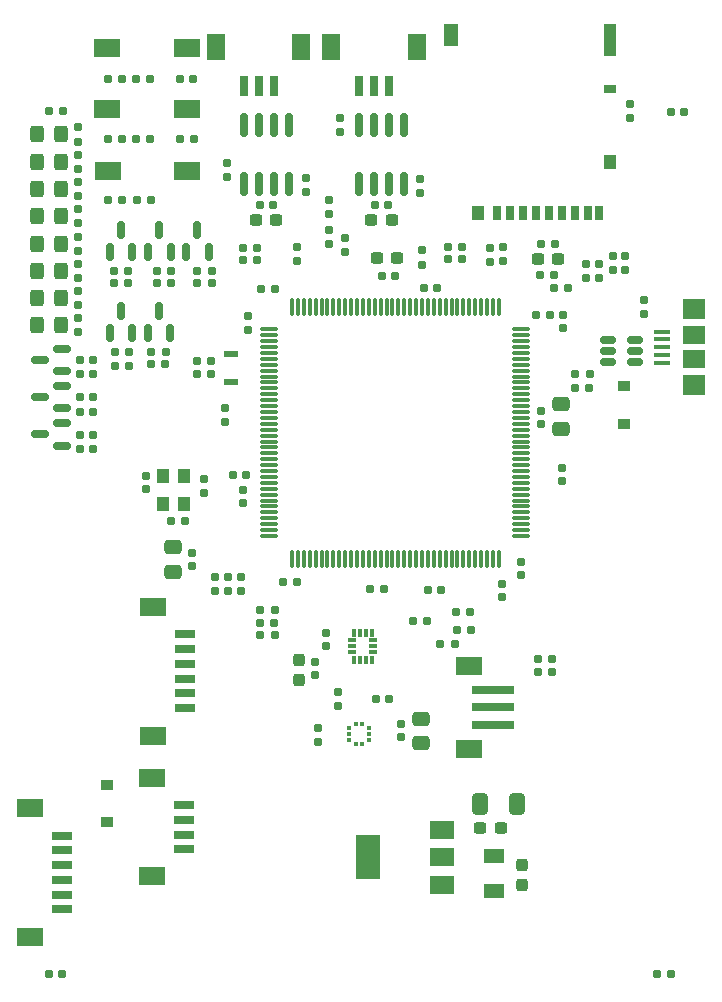
<source format=gtp>
G04 #@! TF.GenerationSoftware,KiCad,Pcbnew,6.0.11-2627ca5db0~126~ubuntu22.04.1*
G04 #@! TF.CreationDate,2023-09-27T18:56:04-03:00*
G04 #@! TF.ProjectId,Drone FCC,44726f6e-6520-4464-9343-2e6b69636164,rev?*
G04 #@! TF.SameCoordinates,Original*
G04 #@! TF.FileFunction,Paste,Top*
G04 #@! TF.FilePolarity,Positive*
%FSLAX46Y46*%
G04 Gerber Fmt 4.6, Leading zero omitted, Abs format (unit mm)*
G04 Created by KiCad (PCBNEW 6.0.11-2627ca5db0~126~ubuntu22.04.1) date 2023-09-27 18:56:04*
%MOMM*%
%LPD*%
G01*
G04 APERTURE LIST*
G04 Aperture macros list*
%AMRoundRect*
0 Rectangle with rounded corners*
0 $1 Rounding radius*
0 $2 $3 $4 $5 $6 $7 $8 $9 X,Y pos of 4 corners*
0 Add a 4 corners polygon primitive as box body*
4,1,4,$2,$3,$4,$5,$6,$7,$8,$9,$2,$3,0*
0 Add four circle primitives for the rounded corners*
1,1,$1+$1,$2,$3*
1,1,$1+$1,$4,$5*
1,1,$1+$1,$6,$7*
1,1,$1+$1,$8,$9*
0 Add four rect primitives between the rounded corners*
20,1,$1+$1,$2,$3,$4,$5,0*
20,1,$1+$1,$4,$5,$6,$7,0*
20,1,$1+$1,$6,$7,$8,$9,0*
20,1,$1+$1,$8,$9,$2,$3,0*%
G04 Aperture macros list end*
%ADD10RoundRect,0.155000X-0.155000X0.212500X-0.155000X-0.212500X0.155000X-0.212500X0.155000X0.212500X0*%
%ADD11RoundRect,0.155000X-0.212500X-0.155000X0.212500X-0.155000X0.212500X0.155000X-0.212500X0.155000X0*%
%ADD12RoundRect,0.155000X0.155000X-0.212500X0.155000X0.212500X-0.155000X0.212500X-0.155000X-0.212500X0*%
%ADD13RoundRect,0.160000X-0.197500X-0.160000X0.197500X-0.160000X0.197500X0.160000X-0.197500X0.160000X0*%
%ADD14RoundRect,0.160000X0.197500X0.160000X-0.197500X0.160000X-0.197500X-0.160000X0.197500X-0.160000X0*%
%ADD15RoundRect,0.160000X0.160000X-0.197500X0.160000X0.197500X-0.160000X0.197500X-0.160000X-0.197500X0*%
%ADD16RoundRect,0.155000X0.212500X0.155000X-0.212500X0.155000X-0.212500X-0.155000X0.212500X-0.155000X0*%
%ADD17RoundRect,0.160000X-0.160000X0.197500X-0.160000X-0.197500X0.160000X-0.197500X0.160000X0.197500X0*%
%ADD18RoundRect,0.150000X0.150000X-0.587500X0.150000X0.587500X-0.150000X0.587500X-0.150000X-0.587500X0*%
%ADD19RoundRect,0.150000X0.587500X0.150000X-0.587500X0.150000X-0.587500X-0.150000X0.587500X-0.150000X0*%
%ADD20RoundRect,0.250000X0.325000X0.450000X-0.325000X0.450000X-0.325000X-0.450000X0.325000X-0.450000X0*%
%ADD21RoundRect,0.031500X-0.143500X0.263500X-0.143500X-0.263500X0.143500X-0.263500X0.143500X0.263500X0*%
%ADD22RoundRect,0.031500X-0.263500X-0.143500X0.263500X-0.143500X0.263500X0.143500X-0.263500X0.143500X0*%
%ADD23RoundRect,0.031500X0.143500X-0.263500X0.143500X0.263500X-0.143500X0.263500X-0.143500X-0.263500X0*%
%ADD24RoundRect,0.031500X0.263500X0.143500X-0.263500X0.143500X-0.263500X-0.143500X0.263500X-0.143500X0*%
%ADD25RoundRect,0.150000X0.512500X0.150000X-0.512500X0.150000X-0.512500X-0.150000X0.512500X-0.150000X0*%
%ADD26RoundRect,0.237500X0.237500X-0.300000X0.237500X0.300000X-0.237500X0.300000X-0.237500X-0.300000X0*%
%ADD27RoundRect,0.237500X-0.300000X-0.237500X0.300000X-0.237500X0.300000X0.237500X-0.300000X0.237500X0*%
%ADD28RoundRect,0.250000X-0.475000X0.337500X-0.475000X-0.337500X0.475000X-0.337500X0.475000X0.337500X0*%
%ADD29R,2.300000X1.500000*%
%ADD30RoundRect,0.150000X0.150000X-0.825000X0.150000X0.825000X-0.150000X0.825000X-0.150000X-0.825000X0*%
%ADD31R,1.100000X1.300000*%
%ADD32RoundRect,0.075000X-0.662500X-0.075000X0.662500X-0.075000X0.662500X0.075000X-0.662500X0.075000X0*%
%ADD33RoundRect,0.075000X-0.075000X-0.662500X0.075000X-0.662500X0.075000X0.662500X-0.075000X0.662500X0*%
%ADD34R,1.295400X0.609600*%
%ADD35R,1.080000X0.920000*%
%ADD36RoundRect,0.237500X-0.237500X0.300000X-0.237500X-0.300000X0.237500X-0.300000X0.237500X0.300000X0*%
%ADD37R,0.700000X1.800000*%
%ADD38R,1.600000X2.200000*%
%ADD39R,3.600000X0.700000*%
%ADD40R,1.820000X1.160000*%
%ADD41RoundRect,0.250000X0.475000X-0.337500X0.475000X0.337500X-0.475000X0.337500X-0.475000X-0.337500X0*%
%ADD42R,1.350000X0.400000*%
%ADD43R,1.900000X1.500000*%
%ADD44R,1.900000X1.800000*%
%ADD45R,0.700000X1.200000*%
%ADD46R,1.000000X1.200000*%
%ADD47R,1.000000X2.800000*%
%ADD48R,1.300000X1.900000*%
%ADD49R,1.000000X0.800000*%
%ADD50R,1.800000X0.700000*%
%ADD51R,2.200000X1.600000*%
%ADD52R,2.000000X1.500000*%
%ADD53R,2.000000X3.800000*%
%ADD54RoundRect,0.250000X-0.412500X-0.650000X0.412500X-0.650000X0.412500X0.650000X-0.412500X0.650000X0*%
%ADD55RoundRect,0.237500X0.300000X0.237500X-0.300000X0.237500X-0.300000X-0.237500X0.300000X-0.237500X0*%
%ADD56R,0.304800X0.330200*%
%ADD57R,0.330200X0.304800*%
G04 APERTURE END LIST*
D10*
G04 #@! TO.C,C24*
X164566600Y-98746500D03*
X164566600Y-99881500D03*
G04 #@! TD*
D11*
G04 #@! TO.C,C9*
X144082500Y-102050000D03*
X145217500Y-102050000D03*
G04 #@! TD*
D12*
G04 #@! TO.C,C31*
X166116000Y-98001900D03*
X166116000Y-96866900D03*
G04 #@! TD*
D13*
G04 #@! TO.C,R43*
X131696850Y-73279000D03*
X132891850Y-73279000D03*
G04 #@! TD*
D14*
G04 #@! TO.C,R51*
X132960000Y-79104850D03*
X131765000Y-79104850D03*
G04 #@! TD*
G04 #@! TO.C,R22*
X143800000Y-70292000D03*
X142605000Y-70292000D03*
G04 #@! TD*
D15*
G04 #@! TO.C,R57*
X129946400Y-80975200D03*
X129946400Y-79780200D03*
G04 #@! TD*
D13*
G04 #@! TO.C,R37*
X159955900Y-70180200D03*
X161150900Y-70180200D03*
G04 #@! TD*
D16*
G04 #@! TO.C,C3*
X127310000Y-131800000D03*
X126175000Y-131800000D03*
G04 #@! TD*
D15*
G04 #@! TO.C,R30*
X163499800Y-71463500D03*
X163499800Y-70268500D03*
G04 #@! TD*
D13*
G04 #@! TO.C,R49*
X131765001Y-80247849D03*
X132960001Y-80247849D03*
G04 #@! TD*
D17*
G04 #@! TO.C,R19*
X149860000Y-66216600D03*
X149860000Y-67411600D03*
G04 #@! TD*
D18*
G04 #@! TO.C,Q3*
X131333200Y-77530050D03*
X133233200Y-77530050D03*
X132283200Y-75655050D03*
G04 #@! TD*
D19*
G04 #@! TO.C,Q8*
X127251700Y-83881000D03*
X127251700Y-81981000D03*
X125376700Y-82931000D03*
G04 #@! TD*
D13*
G04 #@! TO.C,R50*
X135290600Y-73279000D03*
X136485600Y-73279000D03*
G04 #@! TD*
D17*
G04 #@! TO.C,R28*
X175412400Y-58127300D03*
X175412400Y-59322300D03*
G04 #@! TD*
D11*
G04 #@! TO.C,C7*
X144009300Y-66686200D03*
X145144300Y-66686200D03*
G04 #@! TD*
D14*
G04 #@! TO.C,R48*
X134760300Y-61036200D03*
X133565300Y-61036200D03*
G04 #@! TD*
D11*
G04 #@! TO.C,C33*
X167446050Y-75971400D03*
X168581050Y-75971400D03*
G04 #@! TD*
D15*
G04 #@! TO.C,R6*
X151282400Y-70664000D03*
X151282400Y-69469000D03*
G04 #@! TD*
D12*
G04 #@! TO.C,C19*
X148673800Y-106476800D03*
X148673800Y-105341800D03*
G04 #@! TD*
D17*
G04 #@! TO.C,R13*
X148996400Y-110959300D03*
X148996400Y-112154300D03*
G04 #@! TD*
D13*
G04 #@! TO.C,R38*
X167740400Y-72612550D03*
X168935400Y-72612550D03*
G04 #@! TD*
D17*
G04 #@! TO.C,R34*
X173913800Y-70928900D03*
X173913800Y-72123900D03*
G04 #@! TD*
D16*
G04 #@! TO.C,C34*
X147150900Y-98552000D03*
X146015900Y-98552000D03*
G04 #@! TD*
D11*
G04 #@! TO.C,C8*
X153746200Y-66686200D03*
X154881200Y-66686200D03*
G04 #@! TD*
G04 #@! TO.C,C30*
X154355250Y-72668850D03*
X155490250Y-72668850D03*
G04 #@! TD*
D15*
G04 #@! TO.C,R5*
X147150000Y-71397500D03*
X147150000Y-70202500D03*
G04 #@! TD*
D10*
G04 #@! TO.C,C41*
X169630450Y-88916700D03*
X169630450Y-90051700D03*
G04 #@! TD*
D14*
G04 #@! TO.C,R17*
X158179100Y-101904800D03*
X156984100Y-101904800D03*
G04 #@! TD*
D17*
G04 #@! TO.C,R60*
X128600200Y-60083100D03*
X128600200Y-61278100D03*
G04 #@! TD*
D12*
G04 #@! TO.C,C32*
X142575000Y-91917500D03*
X142575000Y-90782500D03*
G04 #@! TD*
D14*
G04 #@! TO.C,R40*
X134709500Y-55956200D03*
X133514500Y-55956200D03*
G04 #@! TD*
D20*
G04 #@! TO.C,D9*
X127212200Y-67614800D03*
X125162200Y-67614800D03*
G04 #@! TD*
D16*
G04 #@! TO.C,C42*
X159385000Y-99237800D03*
X158250000Y-99237800D03*
G04 #@! TD*
D19*
G04 #@! TO.C,Q1*
X127251700Y-87030600D03*
X127251700Y-85130600D03*
X125376700Y-86080600D03*
G04 #@! TD*
D14*
G04 #@! TO.C,R26*
X134836500Y-66268600D03*
X133641500Y-66268600D03*
G04 #@! TD*
D15*
G04 #@! TO.C,R1*
X147980400Y-65545300D03*
X147980400Y-64350300D03*
G04 #@! TD*
D21*
G04 #@! TO.C,U5*
X153486900Y-102848000D03*
X152986900Y-102848000D03*
X152486900Y-102848000D03*
X151986900Y-102848000D03*
D22*
X151821900Y-103513000D03*
X151821900Y-104013000D03*
X151821900Y-104513000D03*
D23*
X151986900Y-105178000D03*
X152486900Y-105178000D03*
X152986900Y-105178000D03*
X153486900Y-105178000D03*
D24*
X153651900Y-104513000D03*
X153651900Y-104013000D03*
X153651900Y-103513000D03*
G04 #@! TD*
D13*
G04 #@! TO.C,R62*
X134835300Y-80133550D03*
X136030300Y-80133550D03*
G04 #@! TD*
D14*
G04 #@! TO.C,R24*
X171945900Y-81000600D03*
X170750900Y-81000600D03*
G04 #@! TD*
D13*
G04 #@! TO.C,R7*
X144077500Y-103100000D03*
X145272500Y-103100000D03*
G04 #@! TD*
D17*
G04 #@! TO.C,R23*
X139326802Y-89832300D03*
X139326802Y-91027300D03*
G04 #@! TD*
D25*
G04 #@! TO.C,U7*
X175768000Y-79959200D03*
X175768000Y-79009200D03*
X175768000Y-78059200D03*
X173493000Y-78059200D03*
X173493000Y-79009200D03*
X173493000Y-79959200D03*
G04 #@! TD*
D16*
G04 #@! TO.C,C48*
X138427200Y-61036200D03*
X137292200Y-61036200D03*
G04 #@! TD*
D12*
G04 #@! TO.C,C26*
X169732050Y-77072300D03*
X169732050Y-75937300D03*
G04 #@! TD*
D15*
G04 #@! TO.C,R63*
X129946400Y-84138100D03*
X129946400Y-82943100D03*
G04 #@! TD*
D14*
G04 #@! TO.C,R64*
X136044900Y-79092150D03*
X134849900Y-79092150D03*
G04 #@! TD*
D10*
G04 #@! TO.C,C25*
X167843200Y-84090700D03*
X167843200Y-85225700D03*
G04 #@! TD*
D26*
G04 #@! TO.C,C20*
X147327600Y-106898800D03*
X147327600Y-105173800D03*
G04 #@! TD*
D16*
G04 #@! TO.C,C35*
X145280000Y-73787000D03*
X144145000Y-73787000D03*
G04 #@! TD*
D27*
G04 #@! TO.C,C6*
X153469000Y-67949700D03*
X155194000Y-67949700D03*
G04 #@! TD*
D15*
G04 #@! TO.C,R42*
X129921000Y-87287700D03*
X129921000Y-86092700D03*
G04 #@! TD*
D16*
G04 #@! TO.C,C15*
X154974100Y-108508800D03*
X153839100Y-108508800D03*
G04 #@! TD*
G04 #@! TO.C,C1*
X127322200Y-58674000D03*
X126187200Y-58674000D03*
G04 #@! TD*
D28*
G04 #@! TO.C,C28*
X169519600Y-83515200D03*
X169519600Y-85590200D03*
G04 #@! TD*
D16*
G04 #@! TO.C,C39*
X154533600Y-99152625D03*
X153398600Y-99152625D03*
G04 #@! TD*
G04 #@! TO.C,C2*
X179942300Y-58750200D03*
X178807300Y-58750200D03*
G04 #@! TD*
D17*
G04 #@! TO.C,R47*
X128600200Y-64705900D03*
X128600200Y-65900900D03*
G04 #@! TD*
D10*
G04 #@! TO.C,C21*
X143002000Y-76073000D03*
X143002000Y-77208000D03*
G04 #@! TD*
D13*
G04 #@! TO.C,R21*
X142605000Y-71307999D03*
X143800000Y-71307999D03*
G04 #@! TD*
D14*
G04 #@! TO.C,R16*
X160515900Y-103860600D03*
X159320900Y-103860600D03*
G04 #@! TD*
D13*
G04 #@! TO.C,R29*
X168922100Y-73653950D03*
X170117100Y-73653950D03*
G04 #@! TD*
D15*
G04 #@! TO.C,R12*
X150622000Y-109055500D03*
X150622000Y-107860500D03*
G04 #@! TD*
D17*
G04 #@! TO.C,R67*
X128600200Y-76212100D03*
X128600200Y-77407100D03*
G04 #@! TD*
G04 #@! TO.C,R65*
X128828800Y-82943100D03*
X128828800Y-84138100D03*
G04 #@! TD*
D19*
G04 #@! TO.C,Q6*
X127251700Y-80731400D03*
X127251700Y-78831400D03*
X125376700Y-79781400D03*
G04 #@! TD*
D15*
G04 #@! TO.C,R4*
X150799800Y-60465300D03*
X150799800Y-59270300D03*
G04 #@! TD*
D27*
G04 #@! TO.C,C46*
X167581600Y-71247000D03*
X169306600Y-71247000D03*
G04 #@! TD*
D10*
G04 #@! TO.C,C17*
X149606000Y-102861300D03*
X149606000Y-103996300D03*
G04 #@! TD*
D11*
G04 #@! TO.C,C36*
X138733550Y-79857600D03*
X139868550Y-79857600D03*
G04 #@! TD*
D29*
G04 #@! TO.C,SW3*
X137831500Y-58547000D03*
X131131500Y-58547000D03*
G04 #@! TD*
D30*
G04 #@! TO.C,U1*
X142671800Y-64857400D03*
X143941800Y-64857400D03*
X145211800Y-64857400D03*
X146481800Y-64857400D03*
X146481800Y-59907400D03*
X145211800Y-59907400D03*
X143941800Y-59907400D03*
X142671800Y-59907400D03*
G04 #@! TD*
D27*
G04 #@! TO.C,C43*
X153949950Y-71170250D03*
X155674950Y-71170250D03*
G04 #@! TD*
D17*
G04 #@! TO.C,R35*
X164592000Y-70217700D03*
X164592000Y-71412700D03*
G04 #@! TD*
D12*
G04 #@! TO.C,C10*
X142393400Y-99300000D03*
X142393400Y-98165000D03*
G04 #@! TD*
D13*
G04 #@! TO.C,R15*
X167594050Y-105054400D03*
X168789050Y-105054400D03*
G04 #@! TD*
D16*
G04 #@! TO.C,C29*
X137673500Y-93391200D03*
X136538500Y-93391200D03*
G04 #@! TD*
D15*
G04 #@! TO.C,R32*
X174955200Y-72123900D03*
X174955200Y-70928900D03*
G04 #@! TD*
D31*
G04 #@! TO.C,Y1*
X135825000Y-89625000D03*
X135825000Y-91925000D03*
X137625000Y-91925000D03*
X137625000Y-89625000D03*
G04 #@! TD*
D17*
G04 #@! TO.C,R54*
X128600200Y-69354100D03*
X128600200Y-70549100D03*
G04 #@! TD*
D18*
G04 #@! TO.C,Q4*
X134569200Y-70660500D03*
X136469200Y-70660500D03*
X135519200Y-68785500D03*
G04 #@! TD*
D32*
G04 #@! TO.C,U6*
X144845550Y-77178200D03*
X144845550Y-77678200D03*
X144845550Y-78178200D03*
X144845550Y-78678200D03*
X144845550Y-79178200D03*
X144845550Y-79678200D03*
X144845550Y-80178200D03*
X144845550Y-80678200D03*
X144845550Y-81178200D03*
X144845550Y-81678200D03*
X144845550Y-82178200D03*
X144845550Y-82678200D03*
X144845550Y-83178200D03*
X144845550Y-83678200D03*
X144845550Y-84178200D03*
X144845550Y-84678200D03*
X144845550Y-85178200D03*
X144845550Y-85678200D03*
X144845550Y-86178200D03*
X144845550Y-86678200D03*
X144845550Y-87178200D03*
X144845550Y-87678200D03*
X144845550Y-88178200D03*
X144845550Y-88678200D03*
X144845550Y-89178200D03*
X144845550Y-89678200D03*
X144845550Y-90178200D03*
X144845550Y-90678200D03*
X144845550Y-91178200D03*
X144845550Y-91678200D03*
X144845550Y-92178200D03*
X144845550Y-92678200D03*
X144845550Y-93178200D03*
X144845550Y-93678200D03*
X144845550Y-94178200D03*
X144845550Y-94678200D03*
D33*
X146758050Y-96590700D03*
X147258050Y-96590700D03*
X147758050Y-96590700D03*
X148258050Y-96590700D03*
X148758050Y-96590700D03*
X149258050Y-96590700D03*
X149758050Y-96590700D03*
X150258050Y-96590700D03*
X150758050Y-96590700D03*
X151258050Y-96590700D03*
X151758050Y-96590700D03*
X152258050Y-96590700D03*
X152758050Y-96590700D03*
X153258050Y-96590700D03*
X153758050Y-96590700D03*
X154258050Y-96590700D03*
X154758050Y-96590700D03*
X155258050Y-96590700D03*
X155758050Y-96590700D03*
X156258050Y-96590700D03*
X156758050Y-96590700D03*
X157258050Y-96590700D03*
X157758050Y-96590700D03*
X158258050Y-96590700D03*
X158758050Y-96590700D03*
X159258050Y-96590700D03*
X159758050Y-96590700D03*
X160258050Y-96590700D03*
X160758050Y-96590700D03*
X161258050Y-96590700D03*
X161758050Y-96590700D03*
X162258050Y-96590700D03*
X162758050Y-96590700D03*
X163258050Y-96590700D03*
X163758050Y-96590700D03*
X164258050Y-96590700D03*
D32*
X166170550Y-94678200D03*
X166170550Y-94178200D03*
X166170550Y-93678200D03*
X166170550Y-93178200D03*
X166170550Y-92678200D03*
X166170550Y-92178200D03*
X166170550Y-91678200D03*
X166170550Y-91178200D03*
X166170550Y-90678200D03*
X166170550Y-90178200D03*
X166170550Y-89678200D03*
X166170550Y-89178200D03*
X166170550Y-88678200D03*
X166170550Y-88178200D03*
X166170550Y-87678200D03*
X166170550Y-87178200D03*
X166170550Y-86678200D03*
X166170550Y-86178200D03*
X166170550Y-85678200D03*
X166170550Y-85178200D03*
X166170550Y-84678200D03*
X166170550Y-84178200D03*
X166170550Y-83678200D03*
X166170550Y-83178200D03*
X166170550Y-82678200D03*
X166170550Y-82178200D03*
X166170550Y-81678200D03*
X166170550Y-81178200D03*
X166170550Y-80678200D03*
X166170550Y-80178200D03*
X166170550Y-79678200D03*
X166170550Y-79178200D03*
X166170550Y-78678200D03*
X166170550Y-78178200D03*
X166170550Y-77678200D03*
X166170550Y-77178200D03*
D33*
X164258050Y-75265700D03*
X163758050Y-75265700D03*
X163258050Y-75265700D03*
X162758050Y-75265700D03*
X162258050Y-75265700D03*
X161758050Y-75265700D03*
X161258050Y-75265700D03*
X160758050Y-75265700D03*
X160258050Y-75265700D03*
X159758050Y-75265700D03*
X159258050Y-75265700D03*
X158758050Y-75265700D03*
X158258050Y-75265700D03*
X157758050Y-75265700D03*
X157258050Y-75265700D03*
X156758050Y-75265700D03*
X156258050Y-75265700D03*
X155758050Y-75265700D03*
X155258050Y-75265700D03*
X154758050Y-75265700D03*
X154258050Y-75265700D03*
X153758050Y-75265700D03*
X153258050Y-75265700D03*
X152758050Y-75265700D03*
X152258050Y-75265700D03*
X151758050Y-75265700D03*
X151258050Y-75265700D03*
X150758050Y-75265700D03*
X150258050Y-75265700D03*
X149758050Y-75265700D03*
X149258050Y-75265700D03*
X148758050Y-75265700D03*
X148258050Y-75265700D03*
X147758050Y-75265700D03*
X147258050Y-75265700D03*
X146758050Y-75265700D03*
G04 #@! TD*
D34*
G04 #@! TO.C,Y2*
X141554200Y-79273400D03*
X141554200Y-81661000D03*
G04 #@! TD*
D35*
G04 #@! TO.C,D1*
X174904400Y-85191400D03*
X174904400Y-81991400D03*
G04 #@! TD*
D18*
G04 #@! TO.C,Q2*
X131343400Y-70660500D03*
X133243400Y-70660500D03*
X132293400Y-68785500D03*
G04 #@! TD*
D12*
G04 #@! TO.C,C27*
X134413600Y-90707501D03*
X134413600Y-89572501D03*
G04 #@! TD*
G04 #@! TO.C,C22*
X138293251Y-97229600D03*
X138293251Y-96094600D03*
G04 #@! TD*
D11*
G04 #@! TO.C,C37*
X141732500Y-89550000D03*
X142867500Y-89550000D03*
G04 #@! TD*
D14*
G04 #@! TO.C,R53*
X132335800Y-61036200D03*
X131140800Y-61036200D03*
G04 #@! TD*
D36*
G04 #@! TO.C,C14*
X166229950Y-122505300D03*
X166229950Y-124230300D03*
G04 #@! TD*
D13*
G04 #@! TO.C,R56*
X138743800Y-73268200D03*
X139938800Y-73268200D03*
G04 #@! TD*
D17*
G04 #@! TO.C,R68*
X176530000Y-74713500D03*
X176530000Y-75908500D03*
G04 #@! TD*
D20*
G04 #@! TO.C,D8*
X127212200Y-74523600D03*
X125162200Y-74523600D03*
G04 #@! TD*
D14*
G04 #@! TO.C,R18*
X161887500Y-102641400D03*
X160692500Y-102641400D03*
G04 #@! TD*
D30*
G04 #@! TO.C,U2*
X152400000Y-64857400D03*
X153670000Y-64857400D03*
X154940000Y-64857400D03*
X156210000Y-64857400D03*
X156210000Y-59907400D03*
X154940000Y-59907400D03*
X153670000Y-59907400D03*
X152400000Y-59907400D03*
G04 #@! TD*
D13*
G04 #@! TO.C,R14*
X167588000Y-106172000D03*
X168783000Y-106172000D03*
G04 #@! TD*
D37*
G04 #@! TO.C,J15*
X142691800Y-56589200D03*
X143941800Y-56589200D03*
X145191800Y-56589200D03*
D38*
X140341800Y-53289200D03*
X147541800Y-53289200D03*
G04 #@! TD*
D14*
G04 #@! TO.C,R58*
X139938800Y-72226800D03*
X138743800Y-72226800D03*
G04 #@! TD*
D20*
G04 #@! TO.C,D10*
X127212200Y-76809600D03*
X125162200Y-76809600D03*
G04 #@! TD*
D17*
G04 #@! TO.C,R20*
X149860000Y-68744500D03*
X149860000Y-69939500D03*
G04 #@! TD*
D20*
G04 #@! TO.C,D5*
X127212200Y-69951600D03*
X125162200Y-69951600D03*
G04 #@! TD*
D14*
G04 #@! TO.C,R52*
X136485600Y-72237600D03*
X135290600Y-72237600D03*
G04 #@! TD*
D39*
G04 #@! TO.C,J17*
X163748000Y-107694600D03*
X163748000Y-109194600D03*
X163748000Y-110694600D03*
D29*
X161698000Y-112744600D03*
X161698000Y-105644600D03*
G04 #@! TD*
D13*
G04 #@! TO.C,R10*
X144077500Y-100975000D03*
X145272500Y-100975000D03*
G04 #@! TD*
D40*
G04 #@! TO.C,C13*
X163830000Y-121765800D03*
X163830000Y-124715800D03*
G04 #@! TD*
D17*
G04 #@! TO.C,R61*
X128600200Y-73926100D03*
X128600200Y-75121100D03*
G04 #@! TD*
D20*
G04 #@! TO.C,D4*
X127212200Y-65303400D03*
X125162200Y-65303400D03*
G04 #@! TD*
D14*
G04 #@! TO.C,R41*
X132335200Y-55956200D03*
X131140200Y-55956200D03*
G04 #@! TD*
G04 #@! TO.C,R27*
X132347300Y-66268600D03*
X131152300Y-66268600D03*
G04 #@! TD*
D41*
G04 #@! TO.C,C23*
X136709200Y-97699600D03*
X136709200Y-95624600D03*
G04 #@! TD*
D11*
G04 #@! TO.C,C45*
X167876600Y-69977000D03*
X169011600Y-69977000D03*
G04 #@! TD*
D20*
G04 #@! TO.C,D7*
X127212200Y-60680600D03*
X125162200Y-60680600D03*
G04 #@! TD*
D42*
G04 #@! TO.C,J25*
X178096800Y-79988000D03*
X178096800Y-79338000D03*
X178096800Y-78688000D03*
X178096800Y-78038000D03*
X178096800Y-77388000D03*
D43*
X180771800Y-77688000D03*
D44*
X180771800Y-75488000D03*
D43*
X180771800Y-79688000D03*
D44*
X180771800Y-81888000D03*
G04 #@! TD*
D45*
G04 #@! TO.C,J24*
X164090100Y-67343100D03*
X165190100Y-67343100D03*
X166290100Y-67343100D03*
X167390100Y-67343100D03*
X168490100Y-67343100D03*
X169590100Y-67343100D03*
X170690100Y-67343100D03*
X171790100Y-67343100D03*
D46*
X173690100Y-63043100D03*
D47*
X173690100Y-52693100D03*
D48*
X160190100Y-52243100D03*
D46*
X162540100Y-67343100D03*
D49*
X173690100Y-56843100D03*
D45*
X172740100Y-67343100D03*
G04 #@! TD*
D11*
G04 #@! TO.C,C4*
X177681000Y-131800000D03*
X178816000Y-131800000D03*
G04 #@! TD*
D50*
G04 #@! TO.C,J22*
X137687900Y-102996200D03*
X137687900Y-104246200D03*
X137687900Y-105496200D03*
X137687900Y-106746200D03*
X137687900Y-107996200D03*
X137687900Y-109246200D03*
D51*
X134987900Y-100646200D03*
X134987900Y-111596200D03*
G04 #@! TD*
D29*
G04 #@! TO.C,SW2*
X137831500Y-53390800D03*
X131131500Y-53390800D03*
G04 #@! TD*
D17*
G04 #@! TO.C,R66*
X128600200Y-67017300D03*
X128600200Y-68212300D03*
G04 #@! TD*
D29*
G04 #@! TO.C,SW1*
X137843000Y-63804800D03*
X131143000Y-63804800D03*
G04 #@! TD*
D16*
G04 #@! TO.C,C44*
X139868550Y-80975200D03*
X138733550Y-80975200D03*
G04 #@! TD*
D27*
G04 #@! TO.C,C5*
X143714300Y-67949700D03*
X145439300Y-67949700D03*
G04 #@! TD*
D52*
G04 #@! TO.C,U3*
X159461600Y-124194600D03*
X159461600Y-121894600D03*
D53*
X153161600Y-121894600D03*
D52*
X159461600Y-119594600D03*
G04 #@! TD*
D15*
G04 #@! TO.C,R33*
X172720000Y-72821800D03*
X172720000Y-71626800D03*
G04 #@! TD*
D17*
G04 #@! TO.C,R46*
X128600200Y-71626800D03*
X128600200Y-72821800D03*
G04 #@! TD*
D15*
G04 #@! TO.C,R2*
X157632400Y-65621500D03*
X157632400Y-64426500D03*
G04 #@! TD*
D11*
G04 #@! TO.C,C38*
X157894400Y-73710800D03*
X159029400Y-73710800D03*
G04 #@! TD*
D17*
G04 #@! TO.C,R36*
X171678600Y-71626800D03*
X171678600Y-72821800D03*
G04 #@! TD*
D50*
G04 #@! TO.C,J21*
X137619400Y-117454200D03*
X137619400Y-118704200D03*
X137619400Y-119954200D03*
X137619400Y-121204200D03*
D51*
X134919400Y-115204200D03*
X134919400Y-123454200D03*
G04 #@! TD*
D17*
G04 #@! TO.C,R59*
X128828800Y-79780200D03*
X128828800Y-80975200D03*
G04 #@! TD*
D54*
G04 #@! TO.C,C12*
X162712400Y-117373400D03*
X165837400Y-117373400D03*
G04 #@! TD*
D55*
G04 #@! TO.C,C11*
X164437400Y-119405400D03*
X162712400Y-119405400D03*
G04 #@! TD*
D18*
G04 #@! TO.C,Q7*
X134559000Y-77530050D03*
X136459000Y-77530050D03*
X135509000Y-75655050D03*
G04 #@! TD*
D15*
G04 #@! TO.C,R8*
X141326599Y-99330000D03*
X141326599Y-98135000D03*
G04 #@! TD*
D14*
G04 #@! TO.C,R11*
X161836700Y-101142800D03*
X160641700Y-101142800D03*
G04 #@! TD*
G04 #@! TO.C,R45*
X132891850Y-72237600D03*
X131696850Y-72237600D03*
G04 #@! TD*
D17*
G04 #@! TO.C,R39*
X157759400Y-70497100D03*
X157759400Y-71692100D03*
G04 #@! TD*
D35*
G04 #@! TO.C,D2*
X131114800Y-115722600D03*
X131114800Y-118922600D03*
G04 #@! TD*
D17*
G04 #@! TO.C,R44*
X128828800Y-86092700D03*
X128828800Y-87287700D03*
G04 #@! TD*
D20*
G04 #@! TO.C,D3*
X127212200Y-72224300D03*
X125162200Y-72224300D03*
G04 #@! TD*
D17*
G04 #@! TO.C,R55*
X128600200Y-62394500D03*
X128600200Y-63589500D03*
G04 #@! TD*
D37*
G04 #@! TO.C,J16*
X152445400Y-56589200D03*
X153695400Y-56589200D03*
X154945400Y-56589200D03*
D38*
X150095400Y-53289200D03*
X157295400Y-53289200D03*
G04 #@! TD*
D14*
G04 #@! TO.C,R31*
X161176300Y-71196200D03*
X159981300Y-71196200D03*
G04 #@! TD*
D20*
G04 #@! TO.C,D6*
X127212200Y-62992000D03*
X125162200Y-62992000D03*
G04 #@! TD*
D15*
G04 #@! TO.C,R9*
X140234399Y-99330000D03*
X140234399Y-98135000D03*
G04 #@! TD*
D56*
G04 #@! TO.C,U4*
X152650063Y-110582299D03*
X152149937Y-110582299D03*
D57*
X151565099Y-110917074D03*
X151565099Y-111417200D03*
X151565099Y-111917326D03*
D56*
X152149937Y-112252101D03*
X152650063Y-112252101D03*
D57*
X153234901Y-111917326D03*
X153234901Y-111417200D03*
X153234901Y-110917074D03*
G04 #@! TD*
D50*
G04 #@! TO.C,J19*
X127287000Y-120039600D03*
X127287000Y-121289600D03*
X127287000Y-122539600D03*
X127287000Y-123789600D03*
X127287000Y-125039600D03*
X127287000Y-126289600D03*
D51*
X124587000Y-117689600D03*
X124587000Y-128639600D03*
G04 #@! TD*
D12*
G04 #@! TO.C,C40*
X141097000Y-84997100D03*
X141097000Y-83862100D03*
G04 #@! TD*
D28*
G04 #@! TO.C,C18*
X157636400Y-110163700D03*
X157636400Y-112238700D03*
G04 #@! TD*
D13*
G04 #@! TO.C,R25*
X170737600Y-82118200D03*
X171932600Y-82118200D03*
G04 #@! TD*
D17*
G04 #@! TO.C,R3*
X141224000Y-63105700D03*
X141224000Y-64300700D03*
G04 #@! TD*
D10*
G04 #@! TO.C,C16*
X155985400Y-110595700D03*
X155985400Y-111730700D03*
G04 #@! TD*
D16*
G04 #@! TO.C,C47*
X138413300Y-55956200D03*
X137278300Y-55956200D03*
G04 #@! TD*
D18*
G04 #@! TO.C,Q5*
X137795000Y-70660500D03*
X139695000Y-70660500D03*
X138745000Y-68785500D03*
G04 #@! TD*
M02*

</source>
